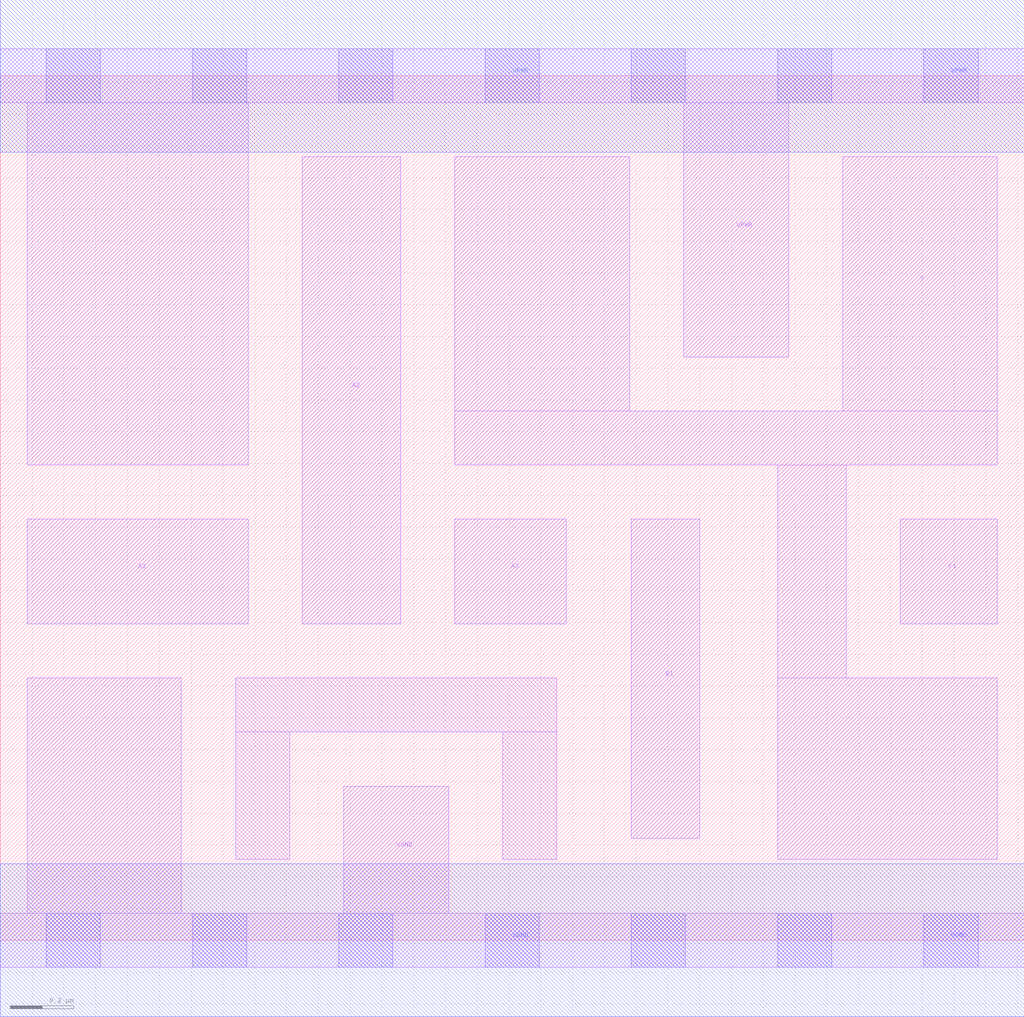
<source format=lef>
# Copyright 2020 The SkyWater PDK Authors
#
# Licensed under the Apache License, Version 2.0 (the "License");
# you may not use this file except in compliance with the License.
# You may obtain a copy of the License at
#
#     https://www.apache.org/licenses/LICENSE-2.0
#
# Unless required by applicable law or agreed to in writing, software
# distributed under the License is distributed on an "AS IS" BASIS,
# WITHOUT WARRANTIES OR CONDITIONS OF ANY KIND, either express or implied.
# See the License for the specific language governing permissions and
# limitations under the License.
#
# SPDX-License-Identifier: Apache-2.0

VERSION 5.7 ;
  NAMESCASESENSITIVE ON ;
  NOWIREEXTENSIONATPIN ON ;
  DIVIDERCHAR "/" ;
  BUSBITCHARS "[]" ;
UNITS
  DATABASE MICRONS 200 ;
END UNITS
MACRO sky130_fd_sc_hd__o311ai_1
  CLASS CORE ;
  SOURCE USER ;
  FOREIGN sky130_fd_sc_hd__o311ai_1 ;
  ORIGIN  0.000000  0.000000 ;
  SIZE  3.220000 BY  2.720000 ;
  SYMMETRY X Y R90 ;
  SITE unithd ;
  PIN A1
    ANTENNAGATEAREA  0.247500 ;
    DIRECTION INPUT ;
    USE SIGNAL ;
    PORT
      LAYER li1 ;
        RECT 0.085000 0.995000 0.780000 1.325000 ;
    END
  END A1
  PIN A2
    ANTENNAGATEAREA  0.247500 ;
    DIRECTION INPUT ;
    USE SIGNAL ;
    PORT
      LAYER li1 ;
        RECT 0.950000 0.995000 1.260000 2.465000 ;
    END
  END A2
  PIN A3
    ANTENNAGATEAREA  0.247500 ;
    DIRECTION INPUT ;
    USE SIGNAL ;
    PORT
      LAYER li1 ;
        RECT 1.430000 0.995000 1.780000 1.325000 ;
    END
  END A3
  PIN B1
    ANTENNAGATEAREA  0.247500 ;
    DIRECTION INPUT ;
    USE SIGNAL ;
    PORT
      LAYER li1 ;
        RECT 1.985000 0.320000 2.200000 1.325000 ;
    END
  END B1
  PIN C1
    ANTENNAGATEAREA  0.247500 ;
    DIRECTION INPUT ;
    USE SIGNAL ;
    PORT
      LAYER li1 ;
        RECT 2.830000 0.995000 3.135000 1.325000 ;
    END
  END C1
  PIN Y
    ANTENNADIFFAREA  0.942000 ;
    DIRECTION OUTPUT ;
    USE SIGNAL ;
    PORT
      LAYER li1 ;
        RECT 1.430000 1.495000 3.135000 1.665000 ;
        RECT 1.430000 1.665000 1.980000 2.465000 ;
        RECT 2.445000 0.255000 3.135000 0.825000 ;
        RECT 2.445000 0.825000 2.660000 1.495000 ;
        RECT 2.650000 1.665000 3.135000 2.465000 ;
    END
  END Y
  PIN VGND
    DIRECTION INOUT ;
    SHAPE ABUTMENT ;
    USE GROUND ;
    PORT
      LAYER li1 ;
        RECT 0.000000 -0.085000 3.220000 0.085000 ;
        RECT 0.085000  0.085000 0.570000 0.825000 ;
        RECT 1.080000  0.085000 1.410000 0.485000 ;
      LAYER mcon ;
        RECT 0.145000 -0.085000 0.315000 0.085000 ;
        RECT 0.605000 -0.085000 0.775000 0.085000 ;
        RECT 1.065000 -0.085000 1.235000 0.085000 ;
        RECT 1.525000 -0.085000 1.695000 0.085000 ;
        RECT 1.985000 -0.085000 2.155000 0.085000 ;
        RECT 2.445000 -0.085000 2.615000 0.085000 ;
        RECT 2.905000 -0.085000 3.075000 0.085000 ;
      LAYER met1 ;
        RECT 0.000000 -0.240000 3.220000 0.240000 ;
    END
  END VGND
  PIN VPWR
    DIRECTION INOUT ;
    SHAPE ABUTMENT ;
    USE POWER ;
    PORT
      LAYER li1 ;
        RECT 0.000000 2.635000 3.220000 2.805000 ;
        RECT 0.085000 1.495000 0.780000 2.635000 ;
        RECT 2.150000 1.835000 2.480000 2.635000 ;
      LAYER mcon ;
        RECT 0.145000 2.635000 0.315000 2.805000 ;
        RECT 0.605000 2.635000 0.775000 2.805000 ;
        RECT 1.065000 2.635000 1.235000 2.805000 ;
        RECT 1.525000 2.635000 1.695000 2.805000 ;
        RECT 1.985000 2.635000 2.155000 2.805000 ;
        RECT 2.445000 2.635000 2.615000 2.805000 ;
        RECT 2.905000 2.635000 3.075000 2.805000 ;
      LAYER met1 ;
        RECT 0.000000 2.480000 3.220000 2.960000 ;
    END
  END VPWR
  OBS
    LAYER li1 ;
      RECT 0.740000 0.255000 0.910000 0.655000 ;
      RECT 0.740000 0.655000 1.750000 0.825000 ;
      RECT 1.580000 0.255000 1.750000 0.655000 ;
  END
END sky130_fd_sc_hd__o311ai_1

</source>
